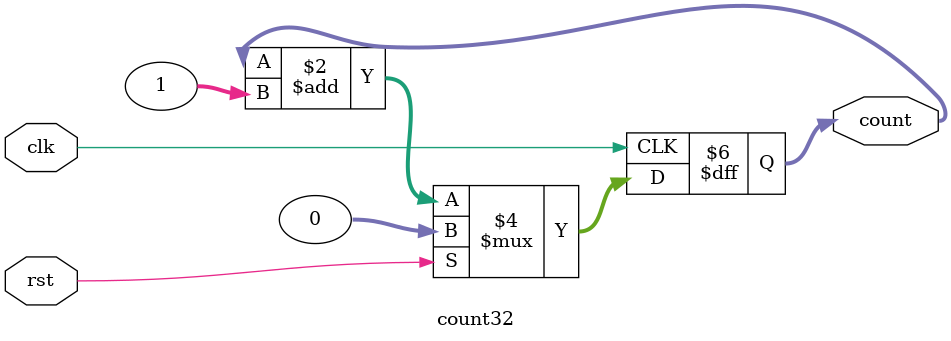
<source format=v>
`timescale 1ns / 1ps


module count32(clk,rst,count);
input clk,rst;
output reg [31:0] count;
always@(posedge clk)
begin
if(rst)
count = 32'b0;
else
count = count + 1;
end
endmodule

</source>
